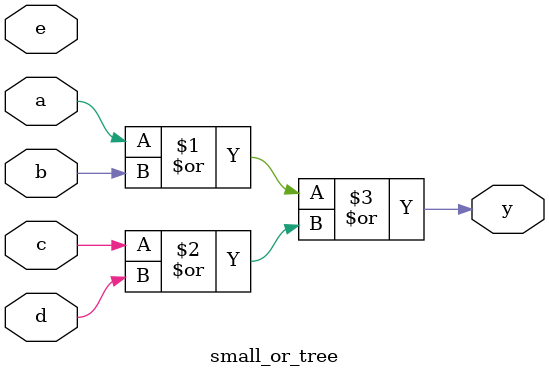
<source format=v>

module small_or_tree
(
input a,
input b,
input c,
input d,
input e,
output y
);

assign y = ((a | b) | (c | d));
endmodule
</source>
